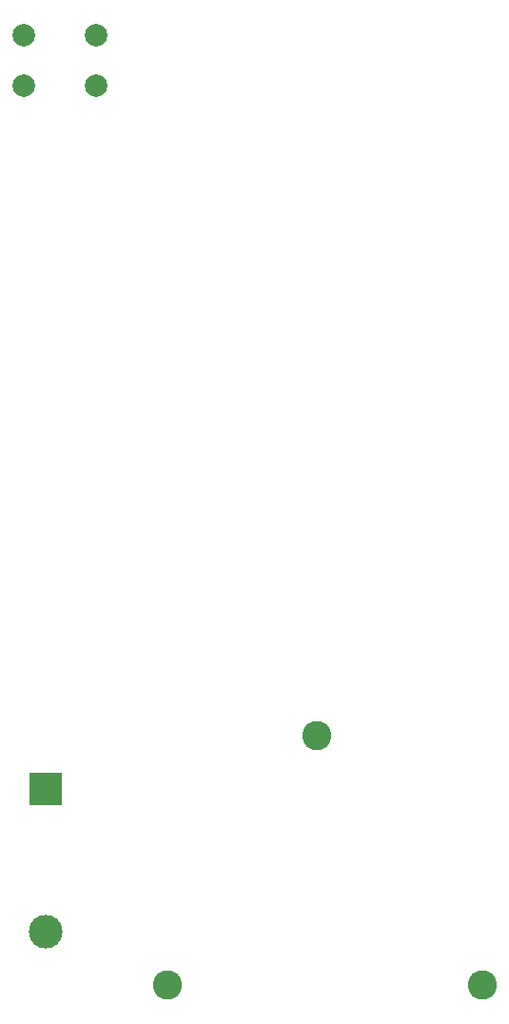
<source format=gbr>
%TF.GenerationSoftware,KiCad,Pcbnew,7.0.9*%
%TF.CreationDate,2023-12-04T17:32:10-03:00*%
%TF.ProjectId,aussistente,61757373-6973-4746-956e-74652e6b6963,rev?*%
%TF.SameCoordinates,Original*%
%TF.FileFunction,Soldermask,Bot*%
%TF.FilePolarity,Negative*%
%FSLAX46Y46*%
G04 Gerber Fmt 4.6, Leading zero omitted, Abs format (unit mm)*
G04 Created by KiCad (PCBNEW 7.0.9) date 2023-12-04 17:32:10*
%MOMM*%
%LPD*%
G01*
G04 APERTURE LIST*
%ADD10C,2.000000*%
%ADD11C,2.600000*%
%ADD12R,3.000000X3.000000*%
%ADD13C,3.000000*%
G04 APERTURE END LIST*
D10*
%TO.C,SW1*%
X88190000Y-72680000D03*
X94690000Y-72680000D03*
X88190000Y-77180000D03*
X94690000Y-77180000D03*
%TD*%
D11*
%TO.C,BT1*%
X129050000Y-157150000D03*
X114300000Y-134950000D03*
X101050000Y-157150000D03*
D12*
X90150000Y-139700000D03*
D13*
X90150000Y-152400000D03*
%TD*%
M02*

</source>
